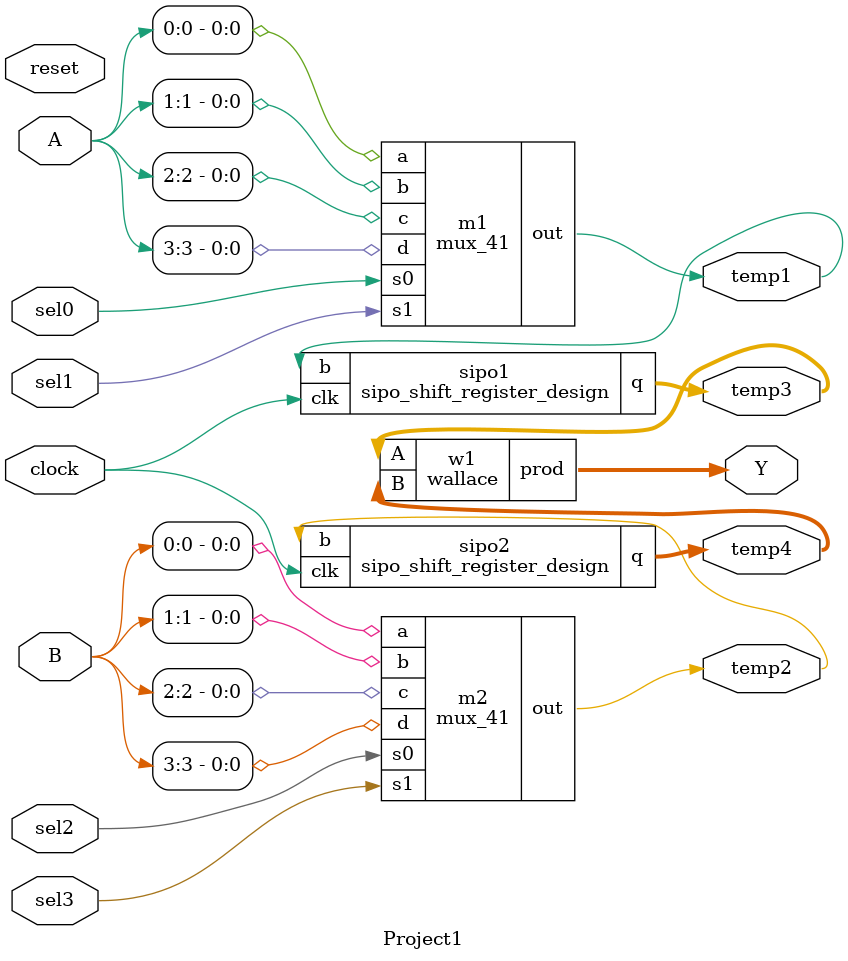
<source format=v>
module mux_41(out,a,b,c,d,s0,s1);
	output out;
	input a,b,c,d,s0,s1;
	wire s0bar,s1bar,t4,t3,t2,t1;
	not(s0bar,s0),(s1bar,s1);
	and (t1,a,s0bar,s1bar),(t2,b,s0,s1bar),(t3,c,s0bar,s1),(t4,d,s0,s1);
	or(out,t1,t2,t3,t4);
endmodule


//SIPO Shift Register
module sipo_shift_register_design(input clk,b,output[3:0]q);
	d_ff dut1(.clk(clk),.d(b),.q(q[3]),.rst());
	d_ff dut2(.clk(clk),.d(q[3]),.q(q[2]),.rst());
	d_ff dut3(.clk(clk),.d(q[2]),.q(q[1]),.rst());
	d_ff dut4(.clk(clk),.d(q[1]),.q(q[0]),.rst());
endmodule
/*
// D Flip Flop //Behavioral
module d_ff (
  input clk,    `
  input d,
  output reg q,
  input rst);
  
  always @(posedge clk) 
  begin
    if (rst)
      q <= 1'b0;
    else
      q <= d;
  end
endmodule

//Half Adder // Structural or GateLevel
module half_adder (
  input a,    // Input 'a'
  input b,    // Input 'b'
  output s,   // Output 's' (Sum)
  output c    // Output 'c' (Carry)
);
	xor gate_xor (s, a, b);  // XOR gate for sum
	and gate_and (c, a, b);  // AND gate for carry
endmodule
*/

//Full Adder //Dataflow
module full_adder(a,b,cin,s,co);
	input a,b,cin;
	output s,co;
	assign s = a^b^cin;
	assign co = ((a & b) | (b & cin) | (cin & a));
endmodule

//Wallace Tree Multiplier //Dataflow
module wallace(A,B,prod);
    
    input [3:0] A,B;
    output [7:0] prod;

    wire s11,s12,s13,s14,s15,s22,s23,s24,s25,s26,s32,s33,s34,s35,s36,s37;
    wire c11,c12,c13,c14,c15,c22,c23,c24,c25,c26,c32,c33,c34,c35,c36,c37;
    wire [6:0] p0,p1,p2,p3;

    assign  p0 = A & {4{B[0]}};
    assign  p1 = A & {4{B[1]}};
    assign  p2 = A & {4{B[2]}};
    assign  p3 = A & {4{B[3]}};
 
    assign prod[0] = p0[0];
    assign prod[1] = s11;
    assign prod[2] = s22;
    assign prod[3] = s32;
    assign prod[4] = s34;
    assign prod[5] = s35;
    assign prod[6] = s36;
    assign prod[7] = s37;

    half_adder ha11 (p0[1],p1[0],s11,c11);
    full_adder fa12(p0[2],p1[1],p2[0],s12,c12);
    full_adder fa13(p0[3],p1[2],p2[1],s13,c13);
    full_adder fa14(p1[3],p2[2],p3[1],s14,c14);
    half_adder ha15(p2[3],p3[2],s15,c15);

    half_adder ha22 (c11,s12,s22,c22);
    full_adder fa23 (p3[0],c12,s13,s23,c23);
    full_adder fa24 (c13,c32,s14,s24,c24);
    full_adder fa25 (c14,c24,s15,s25,c25);
    full_adder fa26 (c15,c25,p3[3],s26,c26);

    half_adder ha32(c22,s23,s32,c32);
    half_adder ha34(c23,s24,s34,c34);
    half_adder ha35(c34,s25,s35,c35);
    half_adder ha36(c35,s26,s36,c36);
    half_adder ha37(c36,c26,s37,c37);

endmodule

module Project1(
	input [3:0]A,
	input [3:0]B,
	input reset,
	input clock,
	input sel0,sel1,sel2,sel3,
	output temp1,temp2,
	output [3:0]temp3,temp4,
	output [7:0]Y);
	
	mux_41 m1(temp1,A[0],A[1],A[2],A[3],sel0,sel1);
	mux_41 m2(temp2,B[0],B[1],B[2],B[3],sel2,sel3);
	
	sipo_shift_register_design sipo1(clock,temp1,temp3);
	sipo_shift_register_design sipo2(clock,temp2,temp4);
	
	wallace w1(temp3,temp4,Y);
endmodule

</source>
